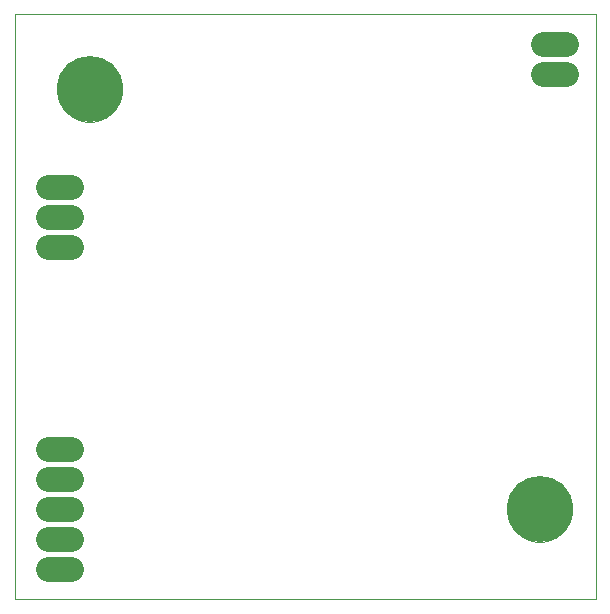
<source format=gbs>
G75*
%MOIN*%
%OFA0B0*%
%FSLAX25Y25*%
%IPPOS*%
%LPD*%
%AMOC8*
5,1,8,0,0,1.08239X$1,22.5*
%
%ADD10C,0.00000*%
%ADD11C,0.08200*%
%ADD12C,0.22054*%
D10*
X0003450Y0001250D02*
X0003450Y0196211D01*
X0197151Y0196211D01*
X0197151Y0001250D01*
X0003450Y0001250D01*
X0017623Y0171250D02*
X0017626Y0171516D01*
X0017636Y0171781D01*
X0017652Y0172046D01*
X0017675Y0172311D01*
X0017704Y0172575D01*
X0017740Y0172839D01*
X0017782Y0173101D01*
X0017831Y0173362D01*
X0017886Y0173622D01*
X0017947Y0173881D01*
X0018015Y0174138D01*
X0018089Y0174393D01*
X0018169Y0174646D01*
X0018256Y0174898D01*
X0018348Y0175147D01*
X0018447Y0175393D01*
X0018552Y0175638D01*
X0018663Y0175879D01*
X0018779Y0176118D01*
X0018901Y0176354D01*
X0019030Y0176587D01*
X0019163Y0176816D01*
X0019303Y0177042D01*
X0019448Y0177265D01*
X0019598Y0177484D01*
X0019754Y0177700D01*
X0019915Y0177911D01*
X0020081Y0178119D01*
X0020252Y0178322D01*
X0020428Y0178521D01*
X0020609Y0178716D01*
X0020794Y0178906D01*
X0020984Y0179091D01*
X0021179Y0179272D01*
X0021378Y0179448D01*
X0021581Y0179619D01*
X0021789Y0179785D01*
X0022000Y0179946D01*
X0022216Y0180102D01*
X0022435Y0180252D01*
X0022658Y0180397D01*
X0022884Y0180537D01*
X0023113Y0180670D01*
X0023346Y0180799D01*
X0023582Y0180921D01*
X0023821Y0181037D01*
X0024062Y0181148D01*
X0024307Y0181253D01*
X0024553Y0181352D01*
X0024802Y0181444D01*
X0025054Y0181531D01*
X0025307Y0181611D01*
X0025562Y0181685D01*
X0025819Y0181753D01*
X0026078Y0181814D01*
X0026338Y0181869D01*
X0026599Y0181918D01*
X0026861Y0181960D01*
X0027125Y0181996D01*
X0027389Y0182025D01*
X0027654Y0182048D01*
X0027919Y0182064D01*
X0028184Y0182074D01*
X0028450Y0182077D01*
X0028716Y0182074D01*
X0028981Y0182064D01*
X0029246Y0182048D01*
X0029511Y0182025D01*
X0029775Y0181996D01*
X0030039Y0181960D01*
X0030301Y0181918D01*
X0030562Y0181869D01*
X0030822Y0181814D01*
X0031081Y0181753D01*
X0031338Y0181685D01*
X0031593Y0181611D01*
X0031846Y0181531D01*
X0032098Y0181444D01*
X0032347Y0181352D01*
X0032593Y0181253D01*
X0032838Y0181148D01*
X0033079Y0181037D01*
X0033318Y0180921D01*
X0033554Y0180799D01*
X0033787Y0180670D01*
X0034016Y0180537D01*
X0034242Y0180397D01*
X0034465Y0180252D01*
X0034684Y0180102D01*
X0034900Y0179946D01*
X0035111Y0179785D01*
X0035319Y0179619D01*
X0035522Y0179448D01*
X0035721Y0179272D01*
X0035916Y0179091D01*
X0036106Y0178906D01*
X0036291Y0178716D01*
X0036472Y0178521D01*
X0036648Y0178322D01*
X0036819Y0178119D01*
X0036985Y0177911D01*
X0037146Y0177700D01*
X0037302Y0177484D01*
X0037452Y0177265D01*
X0037597Y0177042D01*
X0037737Y0176816D01*
X0037870Y0176587D01*
X0037999Y0176354D01*
X0038121Y0176118D01*
X0038237Y0175879D01*
X0038348Y0175638D01*
X0038453Y0175393D01*
X0038552Y0175147D01*
X0038644Y0174898D01*
X0038731Y0174646D01*
X0038811Y0174393D01*
X0038885Y0174138D01*
X0038953Y0173881D01*
X0039014Y0173622D01*
X0039069Y0173362D01*
X0039118Y0173101D01*
X0039160Y0172839D01*
X0039196Y0172575D01*
X0039225Y0172311D01*
X0039248Y0172046D01*
X0039264Y0171781D01*
X0039274Y0171516D01*
X0039277Y0171250D01*
X0039274Y0170984D01*
X0039264Y0170719D01*
X0039248Y0170454D01*
X0039225Y0170189D01*
X0039196Y0169925D01*
X0039160Y0169661D01*
X0039118Y0169399D01*
X0039069Y0169138D01*
X0039014Y0168878D01*
X0038953Y0168619D01*
X0038885Y0168362D01*
X0038811Y0168107D01*
X0038731Y0167854D01*
X0038644Y0167602D01*
X0038552Y0167353D01*
X0038453Y0167107D01*
X0038348Y0166862D01*
X0038237Y0166621D01*
X0038121Y0166382D01*
X0037999Y0166146D01*
X0037870Y0165913D01*
X0037737Y0165684D01*
X0037597Y0165458D01*
X0037452Y0165235D01*
X0037302Y0165016D01*
X0037146Y0164800D01*
X0036985Y0164589D01*
X0036819Y0164381D01*
X0036648Y0164178D01*
X0036472Y0163979D01*
X0036291Y0163784D01*
X0036106Y0163594D01*
X0035916Y0163409D01*
X0035721Y0163228D01*
X0035522Y0163052D01*
X0035319Y0162881D01*
X0035111Y0162715D01*
X0034900Y0162554D01*
X0034684Y0162398D01*
X0034465Y0162248D01*
X0034242Y0162103D01*
X0034016Y0161963D01*
X0033787Y0161830D01*
X0033554Y0161701D01*
X0033318Y0161579D01*
X0033079Y0161463D01*
X0032838Y0161352D01*
X0032593Y0161247D01*
X0032347Y0161148D01*
X0032098Y0161056D01*
X0031846Y0160969D01*
X0031593Y0160889D01*
X0031338Y0160815D01*
X0031081Y0160747D01*
X0030822Y0160686D01*
X0030562Y0160631D01*
X0030301Y0160582D01*
X0030039Y0160540D01*
X0029775Y0160504D01*
X0029511Y0160475D01*
X0029246Y0160452D01*
X0028981Y0160436D01*
X0028716Y0160426D01*
X0028450Y0160423D01*
X0028184Y0160426D01*
X0027919Y0160436D01*
X0027654Y0160452D01*
X0027389Y0160475D01*
X0027125Y0160504D01*
X0026861Y0160540D01*
X0026599Y0160582D01*
X0026338Y0160631D01*
X0026078Y0160686D01*
X0025819Y0160747D01*
X0025562Y0160815D01*
X0025307Y0160889D01*
X0025054Y0160969D01*
X0024802Y0161056D01*
X0024553Y0161148D01*
X0024307Y0161247D01*
X0024062Y0161352D01*
X0023821Y0161463D01*
X0023582Y0161579D01*
X0023346Y0161701D01*
X0023113Y0161830D01*
X0022884Y0161963D01*
X0022658Y0162103D01*
X0022435Y0162248D01*
X0022216Y0162398D01*
X0022000Y0162554D01*
X0021789Y0162715D01*
X0021581Y0162881D01*
X0021378Y0163052D01*
X0021179Y0163228D01*
X0020984Y0163409D01*
X0020794Y0163594D01*
X0020609Y0163784D01*
X0020428Y0163979D01*
X0020252Y0164178D01*
X0020081Y0164381D01*
X0019915Y0164589D01*
X0019754Y0164800D01*
X0019598Y0165016D01*
X0019448Y0165235D01*
X0019303Y0165458D01*
X0019163Y0165684D01*
X0019030Y0165913D01*
X0018901Y0166146D01*
X0018779Y0166382D01*
X0018663Y0166621D01*
X0018552Y0166862D01*
X0018447Y0167107D01*
X0018348Y0167353D01*
X0018256Y0167602D01*
X0018169Y0167854D01*
X0018089Y0168107D01*
X0018015Y0168362D01*
X0017947Y0168619D01*
X0017886Y0168878D01*
X0017831Y0169138D01*
X0017782Y0169399D01*
X0017740Y0169661D01*
X0017704Y0169925D01*
X0017675Y0170189D01*
X0017652Y0170454D01*
X0017636Y0170719D01*
X0017626Y0170984D01*
X0017623Y0171250D01*
X0167623Y0031250D02*
X0167626Y0031516D01*
X0167636Y0031781D01*
X0167652Y0032046D01*
X0167675Y0032311D01*
X0167704Y0032575D01*
X0167740Y0032839D01*
X0167782Y0033101D01*
X0167831Y0033362D01*
X0167886Y0033622D01*
X0167947Y0033881D01*
X0168015Y0034138D01*
X0168089Y0034393D01*
X0168169Y0034646D01*
X0168256Y0034898D01*
X0168348Y0035147D01*
X0168447Y0035393D01*
X0168552Y0035638D01*
X0168663Y0035879D01*
X0168779Y0036118D01*
X0168901Y0036354D01*
X0169030Y0036587D01*
X0169163Y0036816D01*
X0169303Y0037042D01*
X0169448Y0037265D01*
X0169598Y0037484D01*
X0169754Y0037700D01*
X0169915Y0037911D01*
X0170081Y0038119D01*
X0170252Y0038322D01*
X0170428Y0038521D01*
X0170609Y0038716D01*
X0170794Y0038906D01*
X0170984Y0039091D01*
X0171179Y0039272D01*
X0171378Y0039448D01*
X0171581Y0039619D01*
X0171789Y0039785D01*
X0172000Y0039946D01*
X0172216Y0040102D01*
X0172435Y0040252D01*
X0172658Y0040397D01*
X0172884Y0040537D01*
X0173113Y0040670D01*
X0173346Y0040799D01*
X0173582Y0040921D01*
X0173821Y0041037D01*
X0174062Y0041148D01*
X0174307Y0041253D01*
X0174553Y0041352D01*
X0174802Y0041444D01*
X0175054Y0041531D01*
X0175307Y0041611D01*
X0175562Y0041685D01*
X0175819Y0041753D01*
X0176078Y0041814D01*
X0176338Y0041869D01*
X0176599Y0041918D01*
X0176861Y0041960D01*
X0177125Y0041996D01*
X0177389Y0042025D01*
X0177654Y0042048D01*
X0177919Y0042064D01*
X0178184Y0042074D01*
X0178450Y0042077D01*
X0178716Y0042074D01*
X0178981Y0042064D01*
X0179246Y0042048D01*
X0179511Y0042025D01*
X0179775Y0041996D01*
X0180039Y0041960D01*
X0180301Y0041918D01*
X0180562Y0041869D01*
X0180822Y0041814D01*
X0181081Y0041753D01*
X0181338Y0041685D01*
X0181593Y0041611D01*
X0181846Y0041531D01*
X0182098Y0041444D01*
X0182347Y0041352D01*
X0182593Y0041253D01*
X0182838Y0041148D01*
X0183079Y0041037D01*
X0183318Y0040921D01*
X0183554Y0040799D01*
X0183787Y0040670D01*
X0184016Y0040537D01*
X0184242Y0040397D01*
X0184465Y0040252D01*
X0184684Y0040102D01*
X0184900Y0039946D01*
X0185111Y0039785D01*
X0185319Y0039619D01*
X0185522Y0039448D01*
X0185721Y0039272D01*
X0185916Y0039091D01*
X0186106Y0038906D01*
X0186291Y0038716D01*
X0186472Y0038521D01*
X0186648Y0038322D01*
X0186819Y0038119D01*
X0186985Y0037911D01*
X0187146Y0037700D01*
X0187302Y0037484D01*
X0187452Y0037265D01*
X0187597Y0037042D01*
X0187737Y0036816D01*
X0187870Y0036587D01*
X0187999Y0036354D01*
X0188121Y0036118D01*
X0188237Y0035879D01*
X0188348Y0035638D01*
X0188453Y0035393D01*
X0188552Y0035147D01*
X0188644Y0034898D01*
X0188731Y0034646D01*
X0188811Y0034393D01*
X0188885Y0034138D01*
X0188953Y0033881D01*
X0189014Y0033622D01*
X0189069Y0033362D01*
X0189118Y0033101D01*
X0189160Y0032839D01*
X0189196Y0032575D01*
X0189225Y0032311D01*
X0189248Y0032046D01*
X0189264Y0031781D01*
X0189274Y0031516D01*
X0189277Y0031250D01*
X0189274Y0030984D01*
X0189264Y0030719D01*
X0189248Y0030454D01*
X0189225Y0030189D01*
X0189196Y0029925D01*
X0189160Y0029661D01*
X0189118Y0029399D01*
X0189069Y0029138D01*
X0189014Y0028878D01*
X0188953Y0028619D01*
X0188885Y0028362D01*
X0188811Y0028107D01*
X0188731Y0027854D01*
X0188644Y0027602D01*
X0188552Y0027353D01*
X0188453Y0027107D01*
X0188348Y0026862D01*
X0188237Y0026621D01*
X0188121Y0026382D01*
X0187999Y0026146D01*
X0187870Y0025913D01*
X0187737Y0025684D01*
X0187597Y0025458D01*
X0187452Y0025235D01*
X0187302Y0025016D01*
X0187146Y0024800D01*
X0186985Y0024589D01*
X0186819Y0024381D01*
X0186648Y0024178D01*
X0186472Y0023979D01*
X0186291Y0023784D01*
X0186106Y0023594D01*
X0185916Y0023409D01*
X0185721Y0023228D01*
X0185522Y0023052D01*
X0185319Y0022881D01*
X0185111Y0022715D01*
X0184900Y0022554D01*
X0184684Y0022398D01*
X0184465Y0022248D01*
X0184242Y0022103D01*
X0184016Y0021963D01*
X0183787Y0021830D01*
X0183554Y0021701D01*
X0183318Y0021579D01*
X0183079Y0021463D01*
X0182838Y0021352D01*
X0182593Y0021247D01*
X0182347Y0021148D01*
X0182098Y0021056D01*
X0181846Y0020969D01*
X0181593Y0020889D01*
X0181338Y0020815D01*
X0181081Y0020747D01*
X0180822Y0020686D01*
X0180562Y0020631D01*
X0180301Y0020582D01*
X0180039Y0020540D01*
X0179775Y0020504D01*
X0179511Y0020475D01*
X0179246Y0020452D01*
X0178981Y0020436D01*
X0178716Y0020426D01*
X0178450Y0020423D01*
X0178184Y0020426D01*
X0177919Y0020436D01*
X0177654Y0020452D01*
X0177389Y0020475D01*
X0177125Y0020504D01*
X0176861Y0020540D01*
X0176599Y0020582D01*
X0176338Y0020631D01*
X0176078Y0020686D01*
X0175819Y0020747D01*
X0175562Y0020815D01*
X0175307Y0020889D01*
X0175054Y0020969D01*
X0174802Y0021056D01*
X0174553Y0021148D01*
X0174307Y0021247D01*
X0174062Y0021352D01*
X0173821Y0021463D01*
X0173582Y0021579D01*
X0173346Y0021701D01*
X0173113Y0021830D01*
X0172884Y0021963D01*
X0172658Y0022103D01*
X0172435Y0022248D01*
X0172216Y0022398D01*
X0172000Y0022554D01*
X0171789Y0022715D01*
X0171581Y0022881D01*
X0171378Y0023052D01*
X0171179Y0023228D01*
X0170984Y0023409D01*
X0170794Y0023594D01*
X0170609Y0023784D01*
X0170428Y0023979D01*
X0170252Y0024178D01*
X0170081Y0024381D01*
X0169915Y0024589D01*
X0169754Y0024800D01*
X0169598Y0025016D01*
X0169448Y0025235D01*
X0169303Y0025458D01*
X0169163Y0025684D01*
X0169030Y0025913D01*
X0168901Y0026146D01*
X0168779Y0026382D01*
X0168663Y0026621D01*
X0168552Y0026862D01*
X0168447Y0027107D01*
X0168348Y0027353D01*
X0168256Y0027602D01*
X0168169Y0027854D01*
X0168089Y0028107D01*
X0168015Y0028362D01*
X0167947Y0028619D01*
X0167886Y0028878D01*
X0167831Y0029138D01*
X0167782Y0029399D01*
X0167740Y0029661D01*
X0167704Y0029925D01*
X0167675Y0030189D01*
X0167652Y0030454D01*
X0167636Y0030719D01*
X0167626Y0030984D01*
X0167623Y0031250D01*
D11*
X0022350Y0031250D02*
X0014550Y0031250D01*
X0014550Y0021250D02*
X0022350Y0021250D01*
X0022350Y0011250D02*
X0014550Y0011250D01*
X0014550Y0041250D02*
X0022350Y0041250D01*
X0022350Y0051250D02*
X0014550Y0051250D01*
X0014550Y0118750D02*
X0022350Y0118750D01*
X0022350Y0128750D02*
X0014550Y0128750D01*
X0014550Y0138750D02*
X0022350Y0138750D01*
X0179550Y0176250D02*
X0187350Y0176250D01*
X0187350Y0186250D02*
X0179550Y0186250D01*
D12*
X0028450Y0171250D03*
X0178450Y0031250D03*
M02*

</source>
